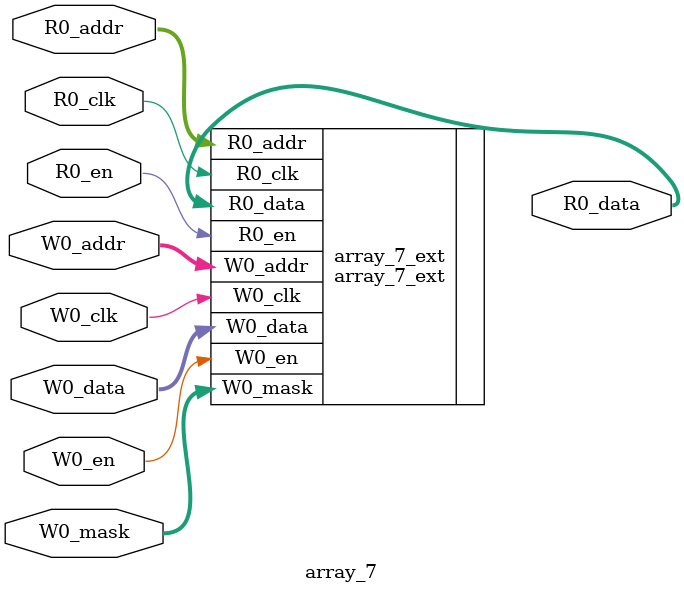
<source format=sv>
`ifndef RANDOMIZE
  `ifdef RANDOMIZE_MEM_INIT
    `define RANDOMIZE
  `endif // RANDOMIZE_MEM_INIT
`endif // not def RANDOMIZE
`ifndef RANDOMIZE
  `ifdef RANDOMIZE_REG_INIT
    `define RANDOMIZE
  `endif // RANDOMIZE_REG_INIT
`endif // not def RANDOMIZE

`ifndef RANDOM
  `define RANDOM $random
`endif // not def RANDOM

// Users can define INIT_RANDOM as general code that gets injected into the
// initializer block for modules with registers.
`ifndef INIT_RANDOM
  `define INIT_RANDOM
`endif // not def INIT_RANDOM

// If using random initialization, you can also define RANDOMIZE_DELAY to
// customize the delay used, otherwise 0.002 is used.
`ifndef RANDOMIZE_DELAY
  `define RANDOMIZE_DELAY 0.002
`endif // not def RANDOMIZE_DELAY

// Define INIT_RANDOM_PROLOG_ for use in our modules below.
`ifndef INIT_RANDOM_PROLOG_
  `ifdef RANDOMIZE
    `ifdef VERILATOR
      `define INIT_RANDOM_PROLOG_ `INIT_RANDOM
    `else  // VERILATOR
      `define INIT_RANDOM_PROLOG_ `INIT_RANDOM #`RANDOMIZE_DELAY begin end
    `endif // VERILATOR
  `else  // RANDOMIZE
    `define INIT_RANDOM_PROLOG_
  `endif // RANDOMIZE
`endif // not def INIT_RANDOM_PROLOG_

// Include register initializers in init blocks unless synthesis is set
`ifndef SYNTHESIS
  `ifndef ENABLE_INITIAL_REG_
    `define ENABLE_INITIAL_REG_
  `endif // not def ENABLE_INITIAL_REG_
`endif // not def SYNTHESIS

// Include rmemory initializers in init blocks unless synthesis is set
`ifndef SYNTHESIS
  `ifndef ENABLE_INITIAL_MEM_
    `define ENABLE_INITIAL_MEM_
  `endif // not def ENABLE_INITIAL_MEM_
`endif // not def SYNTHESIS

module array_7(
  input  [7:0]  R0_addr,
  input         R0_en,
  input         R0_clk,
  output [23:0] R0_data,
  input  [7:0]  W0_addr,
  input         W0_en,
  input         W0_clk,
  input  [23:0] W0_data,
  input  [3:0]  W0_mask
);

  array_7_ext array_7_ext (
    .R0_addr (R0_addr),
    .R0_en   (R0_en),
    .R0_clk  (R0_clk),
    .R0_data (R0_data),
    .W0_addr (W0_addr),
    .W0_en   (W0_en),
    .W0_clk  (W0_clk),
    .W0_data (W0_data),
    .W0_mask (W0_mask)
  );
endmodule


</source>
